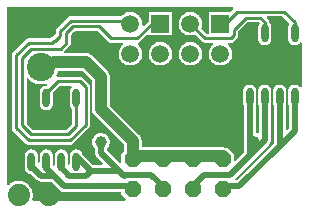
<source format=gbl>
G04 Layer_Physical_Order=2*
G04 Layer_Color=16711680*
%FSLAX44Y44*%
%MOMM*%
G71*
G01*
G75*
%ADD13C,0.2500*%
%ADD14C,0.5000*%
%ADD15C,1.0000*%
%ADD16P,1.5396X8X202.5*%
%ADD17C,1.5000*%
%ADD18R,1.5000X1.5000*%
%ADD19C,1.8796*%
%ADD20C,2.4000*%
G04:AMPARAMS|DCode=21|XSize=2.4mm|YSize=2.4mm|CornerRadius=0.3mm|HoleSize=0mm|Usage=FLASHONLY|Rotation=180.000|XOffset=0mm|YOffset=0mm|HoleType=Round|Shape=RoundedRectangle|*
%AMROUNDEDRECTD21*
21,1,2.4000,1.8000,0,0,180.0*
21,1,1.8000,2.4000,0,0,180.0*
1,1,0.6000,-0.9000,0.9000*
1,1,0.6000,0.9000,0.9000*
1,1,0.6000,0.9000,-0.9000*
1,1,0.6000,-0.9000,-0.9000*
%
%ADD21ROUNDEDRECTD21*%
%ADD22C,1.0000*%
%ADD23C,1.2700*%
%ADD24O,0.6000X1.6000*%
G36*
X23585Y113649D02*
X24291Y112890D01*
X25049Y112185D01*
X25855Y111535D01*
X26706Y110944D01*
X27597Y110416D01*
X28523Y109952D01*
X29480Y109556D01*
X30463Y109228D01*
X31466Y108972D01*
X32485Y108788D01*
X33515Y108678D01*
X34550Y108641D01*
X35585Y108678D01*
X36615Y108788D01*
X37634Y108972D01*
X38302Y109143D01*
X39145Y108798D01*
X39604Y108409D01*
X38782Y107501D01*
X38650Y107508D01*
X38033Y107474D01*
X37424Y107370D01*
X36830Y107199D01*
X36260Y106963D01*
X35719Y106664D01*
X35215Y106306D01*
X34755Y105895D01*
X34343Y105434D01*
X33986Y104930D01*
X33687Y104390D01*
X33450Y103819D01*
X33279Y103225D01*
X33176Y102616D01*
X33141Y102000D01*
Y92000D01*
X33176Y91383D01*
X33279Y90774D01*
X33450Y90180D01*
X33687Y89609D01*
X33986Y89069D01*
X34343Y88565D01*
X34755Y88104D01*
X35215Y87693D01*
X35719Y87335D01*
X36260Y87037D01*
X36830Y86800D01*
X37424Y86629D01*
X38033Y86526D01*
X38650Y86491D01*
X39267Y86526D01*
X39876Y86629D01*
X40469Y86800D01*
X41040Y87037D01*
X41581Y87335D01*
X42084Y87693D01*
X42545Y88104D01*
X42957Y88565D01*
X43314Y89069D01*
X43613Y89609D01*
X43849Y90180D01*
X44020Y90774D01*
X44124Y91383D01*
X44159Y92000D01*
Y101794D01*
X49857Y107492D01*
X60092D01*
X60502Y106563D01*
X60521Y106222D01*
X60155Y105895D01*
X59743Y105434D01*
X59385Y104930D01*
X59087Y104390D01*
X58850Y103819D01*
X58679Y103225D01*
X58576Y102616D01*
X58541Y102000D01*
Y92000D01*
X58576Y91383D01*
X58679Y90774D01*
X58850Y90180D01*
X59087Y89609D01*
X59385Y89069D01*
X59743Y88565D01*
X60155Y88104D01*
X60292Y87982D01*
Y74806D01*
X55494Y70008D01*
X27357D01*
X22058Y75307D01*
Y113519D01*
X23328Y113967D01*
X23585Y113649D01*
D02*
G37*
G36*
X197032Y173156D02*
X197166Y172480D01*
X194686Y170000D01*
X176200D01*
Y151258D01*
X174857D01*
X170011Y156104D01*
X170206Y156576D01*
X170469Y157409D01*
X170658Y158262D01*
X170772Y159128D01*
X170810Y160000D01*
X170772Y160872D01*
X170658Y161738D01*
X170469Y162591D01*
X170206Y163424D01*
X169872Y164230D01*
X169469Y165005D01*
X169000Y165741D01*
X168468Y166434D01*
X167878Y167078D01*
X167234Y167668D01*
X166542Y168199D01*
X165805Y168668D01*
X165030Y169072D01*
X164224Y169406D01*
X163391Y169668D01*
X162538Y169857D01*
X161673Y169971D01*
X160800Y170009D01*
X159928Y169971D01*
X159062Y169857D01*
X158210Y169668D01*
X157377Y169406D01*
X156570Y169072D01*
X155795Y168668D01*
X155059Y168199D01*
X154366Y167668D01*
X153722Y167078D01*
X153132Y166434D01*
X152601Y165741D01*
X152132Y165005D01*
X151729Y164230D01*
X151394Y163424D01*
X151132Y162591D01*
X150943Y161738D01*
X150829Y160872D01*
X150791Y160000D01*
X150829Y159128D01*
X150943Y158262D01*
X151132Y157409D01*
X151394Y156576D01*
X151729Y155770D01*
X152132Y154995D01*
X152601Y154259D01*
X153132Y153566D01*
X153722Y152922D01*
X154366Y152332D01*
X155059Y151801D01*
X155795Y151332D01*
X156570Y150928D01*
X157377Y150594D01*
X158210Y150332D01*
X159062Y150143D01*
X159928Y150029D01*
X160800Y149991D01*
X161673Y150029D01*
X162538Y150143D01*
X163391Y150332D01*
X164224Y150594D01*
X164696Y150790D01*
X170643Y144843D01*
X171013Y144518D01*
X171422Y144245D01*
X171862Y144028D01*
X172328Y143870D01*
X172810Y143774D01*
X173300Y143742D01*
X179601D01*
X180032Y142472D01*
X179766Y142268D01*
X179123Y141678D01*
X178533Y141034D01*
X178001Y140341D01*
X177532Y139605D01*
X177129Y138830D01*
X176794Y138024D01*
X176532Y137191D01*
X176343Y136338D01*
X176229Y135472D01*
X176191Y134600D01*
X176229Y133728D01*
X176343Y132862D01*
X176532Y132009D01*
X176794Y131177D01*
X177129Y130370D01*
X177532Y129595D01*
X178001Y128859D01*
X178533Y128166D01*
X179123Y127522D01*
X179766Y126932D01*
X180459Y126401D01*
X181196Y125932D01*
X181970Y125528D01*
X182777Y125194D01*
X183610Y124932D01*
X184462Y124743D01*
X185328Y124629D01*
X186200Y124591D01*
X187073Y124629D01*
X187938Y124743D01*
X188791Y124932D01*
X189624Y125194D01*
X190431Y125528D01*
X191205Y125932D01*
X191942Y126401D01*
X192634Y126932D01*
X193278Y127522D01*
X193868Y128166D01*
X194400Y128859D01*
X194869Y129595D01*
X195272Y130370D01*
X195606Y131177D01*
X195869Y132009D01*
X196058Y132862D01*
X196172Y133728D01*
X196210Y134600D01*
X196172Y135472D01*
X196058Y136338D01*
X195869Y137191D01*
X195606Y138024D01*
X195272Y138830D01*
X194869Y139605D01*
X194400Y140341D01*
X193868Y141034D01*
X193278Y141678D01*
X192634Y142268D01*
X192368Y142472D01*
X192799Y143742D01*
X195000D01*
X195490Y143774D01*
X195973Y143870D01*
X196438Y144028D01*
X196879Y144245D01*
X197288Y144518D01*
X197657Y144843D01*
X200108Y147293D01*
X200432Y147662D01*
X200705Y148071D01*
X200922Y148512D01*
X201080Y148977D01*
X201176Y149459D01*
X201208Y149950D01*
Y153393D01*
X209057Y161242D01*
X218443D01*
X219305Y160380D01*
X218986Y159930D01*
X218687Y159390D01*
X218451Y158819D01*
X218279Y158225D01*
X218176Y157617D01*
X218141Y157000D01*
Y147000D01*
X218176Y146383D01*
X218279Y145774D01*
X218451Y145180D01*
X218687Y144610D01*
X218986Y144069D01*
X219343Y143565D01*
X219755Y143105D01*
X220215Y142693D01*
X220719Y142336D01*
X221260Y142037D01*
X221831Y141800D01*
X222424Y141629D01*
X223033Y141526D01*
X223650Y141491D01*
X224267Y141526D01*
X224876Y141629D01*
X225469Y141800D01*
X226040Y142037D01*
X226581Y142336D01*
X227085Y142693D01*
X227545Y143105D01*
X227957Y143565D01*
X228314Y144069D01*
X228613Y144610D01*
X228850Y145180D01*
X229021Y145774D01*
X229124Y146383D01*
X229159Y147000D01*
Y157000D01*
X229124Y157617D01*
X229021Y158225D01*
X228850Y158819D01*
X228613Y159390D01*
X228314Y159930D01*
X227957Y160434D01*
X227545Y160895D01*
X227408Y161017D01*
Y161350D01*
X227376Y161840D01*
X227280Y162322D01*
X227122Y162788D01*
X226905Y163229D01*
X226631Y163638D01*
X226307Y164007D01*
X225246Y165068D01*
X225732Y166242D01*
X238443D01*
X244539Y160146D01*
X244386Y159930D01*
X244087Y159390D01*
X243850Y158819D01*
X243680Y158225D01*
X243576Y157617D01*
X243541Y157000D01*
Y147000D01*
X243576Y146383D01*
X243680Y145774D01*
X243850Y145180D01*
X244087Y144610D01*
X244386Y144069D01*
X244743Y143565D01*
X245155Y143105D01*
X245615Y142693D01*
X246119Y142336D01*
X246660Y142037D01*
X247231Y141800D01*
X247824Y141629D01*
X248433Y141526D01*
X249050Y141491D01*
X249667Y141526D01*
X250276Y141629D01*
X250869Y141800D01*
X251440Y142037D01*
X251981Y142336D01*
X252485Y142693D01*
X252945Y143105D01*
X253357Y143565D01*
X253714Y144069D01*
X253730Y144097D01*
X255000Y143770D01*
Y106230D01*
X253730Y105902D01*
X253714Y105931D01*
X253357Y106434D01*
X252945Y106895D01*
X252485Y107307D01*
X251981Y107664D01*
X251440Y107963D01*
X250869Y108199D01*
X250276Y108370D01*
X249667Y108474D01*
X249050Y108508D01*
X248433Y108474D01*
X247824Y108370D01*
X247231Y108199D01*
X246660Y107963D01*
X246119Y107664D01*
X245615Y107307D01*
X245155Y106895D01*
X244743Y106434D01*
X244386Y105931D01*
X244087Y105390D01*
X243850Y104819D01*
X243680Y104226D01*
X243576Y103617D01*
X243541Y103000D01*
Y93000D01*
X243576Y92383D01*
X243680Y91774D01*
X243850Y91180D01*
X244042Y90718D01*
Y71124D01*
X242531Y69613D01*
X241358Y70099D01*
Y90718D01*
X241549Y91180D01*
X241721Y91774D01*
X241824Y92383D01*
X241859Y93000D01*
Y103000D01*
X241824Y103617D01*
X241721Y104226D01*
X241549Y104819D01*
X241313Y105390D01*
X241014Y105931D01*
X240657Y106434D01*
X240245Y106895D01*
X239785Y107307D01*
X239281Y107664D01*
X238740Y107963D01*
X238169Y108199D01*
X237576Y108370D01*
X236967Y108474D01*
X236350Y108508D01*
X235733Y108474D01*
X235124Y108370D01*
X234531Y108199D01*
X233960Y107963D01*
X233419Y107664D01*
X232915Y107307D01*
X232455Y106895D01*
X232043Y106434D01*
X231686Y105931D01*
X231387Y105390D01*
X231150Y104819D01*
X230979Y104226D01*
X230876Y103617D01*
X230841Y103000D01*
Y93000D01*
X230876Y92383D01*
X230979Y91774D01*
X231150Y91180D01*
X231342Y90718D01*
Y58424D01*
X200226Y27308D01*
X198669D01*
X198340Y27796D01*
X198160Y28578D01*
X214491Y44909D01*
X227191Y57609D01*
X227565Y58027D01*
X227890Y58485D01*
X228162Y58977D01*
X228377Y59496D01*
X228532Y60035D01*
X228626Y60589D01*
X228658Y61150D01*
Y90718D01*
X228850Y91180D01*
X229021Y91774D01*
X229124Y92383D01*
X229159Y93000D01*
Y103000D01*
X229124Y103617D01*
X229021Y104226D01*
X228850Y104819D01*
X228613Y105390D01*
X228314Y105931D01*
X227957Y106434D01*
X227545Y106895D01*
X227085Y107307D01*
X226581Y107664D01*
X226040Y107963D01*
X225469Y108199D01*
X224876Y108370D01*
X224267Y108474D01*
X223650Y108508D01*
X223033Y108474D01*
X222424Y108370D01*
X221831Y108199D01*
X221260Y107963D01*
X220719Y107664D01*
X220215Y107307D01*
X219755Y106895D01*
X219343Y106434D01*
X218986Y105931D01*
X218687Y105390D01*
X218451Y104819D01*
X218279Y104226D01*
X218176Y103617D01*
X218141Y103000D01*
Y93000D01*
X218176Y92383D01*
X218279Y91774D01*
X218451Y91180D01*
X218642Y90718D01*
Y67979D01*
X218449Y67716D01*
X217372Y67117D01*
X217180Y67186D01*
X216465Y67365D01*
X215958Y67440D01*
Y90718D01*
X216150Y91180D01*
X216320Y91774D01*
X216424Y92383D01*
X216459Y93000D01*
Y103000D01*
X216424Y103617D01*
X216320Y104226D01*
X216150Y104819D01*
X215913Y105390D01*
X215614Y105931D01*
X215257Y106434D01*
X214845Y106895D01*
X214385Y107307D01*
X213881Y107664D01*
X213340Y107963D01*
X212769Y108199D01*
X212176Y108370D01*
X211567Y108474D01*
X210950Y108508D01*
X210333Y108474D01*
X209724Y108370D01*
X209131Y108199D01*
X208560Y107963D01*
X208019Y107664D01*
X207515Y107307D01*
X207055Y106895D01*
X206643Y106434D01*
X206286Y105931D01*
X205987Y105390D01*
X205751Y104819D01*
X205579Y104226D01*
X205476Y103617D01*
X205441Y103000D01*
Y93000D01*
X205476Y92383D01*
X205579Y91774D01*
X205751Y91180D01*
X205942Y90718D01*
Y50524D01*
X198885Y43467D01*
X197712Y43953D01*
Y50006D01*
X192906Y54812D01*
X190486D01*
X190280Y54886D01*
X189565Y55065D01*
X188836Y55173D01*
X188100Y55209D01*
X119409D01*
Y60600D01*
X119373Y61336D01*
X119265Y62065D01*
X119086Y62779D01*
X118837Y63473D01*
X118522Y64139D01*
X118144Y64772D01*
X117705Y65363D01*
X117210Y65910D01*
X92509Y90610D01*
Y115000D01*
X92473Y115736D01*
X92365Y116465D01*
X92186Y117179D01*
X91937Y117873D01*
X91622Y118539D01*
X91244Y119172D01*
X90805Y119763D01*
X90310Y120309D01*
X77810Y132810D01*
X77263Y133305D01*
X76672Y133743D01*
X76040Y134122D01*
X75373Y134437D01*
X74679Y134686D01*
X73965Y134865D01*
X73236Y134973D01*
X72500Y135009D01*
X54464D01*
X53987Y136143D01*
X53981Y136279D01*
X58358Y140655D01*
X58682Y141025D01*
X58955Y141434D01*
X59172Y141875D01*
X59330Y142340D01*
X59426Y142822D01*
X59458Y143313D01*
Y150123D01*
X63173Y153838D01*
X81647D01*
X90643Y144843D01*
X91012Y144519D01*
X91421Y144246D01*
X91862Y144028D01*
X92328Y143870D01*
X92810Y143774D01*
X93300Y143742D01*
X103401D01*
X103832Y142472D01*
X103566Y142268D01*
X102922Y141678D01*
X102332Y141034D01*
X101801Y140341D01*
X101332Y139605D01*
X100929Y138830D01*
X100594Y138024D01*
X100332Y137191D01*
X100143Y136338D01*
X100029Y135472D01*
X99991Y134600D01*
X100029Y133728D01*
X100143Y132862D01*
X100332Y132009D01*
X100594Y131177D01*
X100929Y130370D01*
X101332Y129595D01*
X101801Y128859D01*
X102332Y128166D01*
X102922Y127522D01*
X103566Y126932D01*
X104259Y126401D01*
X104995Y125932D01*
X105770Y125528D01*
X106577Y125194D01*
X107410Y124932D01*
X108262Y124743D01*
X109128Y124629D01*
X110000Y124591D01*
X110873Y124629D01*
X111738Y124743D01*
X112591Y124932D01*
X113424Y125194D01*
X114230Y125528D01*
X115005Y125932D01*
X115742Y126401D01*
X116434Y126932D01*
X117078Y127522D01*
X117668Y128166D01*
X118200Y128859D01*
X118669Y129595D01*
X119072Y130370D01*
X119406Y131177D01*
X119669Y132009D01*
X119858Y132862D01*
X119972Y133728D01*
X120010Y134600D01*
X119972Y135472D01*
X119858Y136338D01*
X119669Y137191D01*
X119406Y138024D01*
X119072Y138830D01*
X118669Y139605D01*
X118200Y140341D01*
X117668Y141034D01*
X117078Y141678D01*
X116434Y142268D01*
X116142Y142492D01*
X116232Y143269D01*
X116489Y143814D01*
X116773Y143870D01*
X117238Y144028D01*
X117679Y144246D01*
X118088Y144519D01*
X118458Y144843D01*
X124227Y150612D01*
X125400Y150126D01*
Y150000D01*
X145400D01*
Y170000D01*
X125400D01*
Y162415D01*
X121122Y158137D01*
X119919Y158730D01*
X119972Y159128D01*
X120010Y160000D01*
X119972Y160872D01*
X119858Y161738D01*
X119669Y162591D01*
X119406Y163424D01*
X119072Y164230D01*
X118669Y165005D01*
X118200Y165741D01*
X117668Y166434D01*
X117078Y167078D01*
X116434Y167668D01*
X115742Y168199D01*
X115005Y168668D01*
X114230Y169072D01*
X113424Y169406D01*
X112591Y169668D01*
X111738Y169857D01*
X110873Y169971D01*
X110000Y170009D01*
X109128Y169971D01*
X108262Y169857D01*
X107410Y169668D01*
X106577Y169406D01*
X105770Y169072D01*
X104995Y168668D01*
X104259Y168199D01*
X103566Y167668D01*
X102922Y167078D01*
X102332Y166434D01*
X102271Y166354D01*
X59546D01*
X59055Y166322D01*
X58573Y166226D01*
X58108Y166068D01*
X57667Y165851D01*
X57258Y165578D01*
X56888Y165254D01*
X48043Y156408D01*
X47719Y156039D01*
X47446Y155630D01*
X47228Y155189D01*
X47070Y154724D01*
X46974Y154241D01*
X46942Y153751D01*
Y152424D01*
X46828Y152193D01*
X46670Y151728D01*
X46574Y151246D01*
X46560Y151029D01*
X44772Y149240D01*
X44555Y149226D01*
X44073Y149130D01*
X43607Y148972D01*
X43166Y148755D01*
X42757Y148482D01*
X42388Y148157D01*
X41889Y147658D01*
X23879D01*
X23389Y147626D01*
X22907Y147530D01*
X22441Y147372D01*
X22000Y147155D01*
X21591Y146882D01*
X21222Y146557D01*
X10643Y135978D01*
X10319Y135609D01*
X10046Y135200D01*
X9828Y134759D01*
X9670Y134294D01*
X9574Y133812D01*
X9542Y133321D01*
Y71679D01*
X9574Y71189D01*
X9670Y70706D01*
X9828Y70241D01*
X10046Y69800D01*
X10319Y69391D01*
X10643Y69022D01*
X21072Y58593D01*
X21442Y58269D01*
X21850Y57996D01*
X22291Y57778D01*
X22757Y57620D01*
X23239Y57524D01*
X23729Y57492D01*
X59121D01*
X59612Y57524D01*
X60094Y57620D01*
X60559Y57778D01*
X61000Y57996D01*
X61409Y58269D01*
X61779Y58593D01*
X74708Y71522D01*
X75032Y71891D01*
X75305Y72300D01*
X75522Y72741D01*
X75680Y73206D01*
X75776Y73689D01*
X75808Y74179D01*
Y106250D01*
X75776Y106741D01*
X75680Y107223D01*
X75522Y107688D01*
X75305Y108129D01*
X75032Y108538D01*
X74708Y108907D01*
X69708Y113907D01*
X69338Y114232D01*
X68929Y114505D01*
X68488Y114722D01*
X68023Y114880D01*
X67541Y114976D01*
X67050Y115008D01*
X48300D01*
X48046Y114991D01*
X47569Y115499D01*
X47264Y116162D01*
X47285Y116196D01*
X47748Y117123D01*
X48145Y118080D01*
X48472Y119062D01*
X48709Y119991D01*
X69389D01*
X77491Y111889D01*
Y87500D01*
X77527Y86764D01*
X77635Y86035D01*
X77814Y85320D01*
X78063Y84626D01*
X78378Y83960D01*
X78756Y83328D01*
X79195Y82736D01*
X79690Y82190D01*
X104391Y57489D01*
Y52109D01*
X102288Y50006D01*
Y42178D01*
X101018Y41652D01*
X90008Y52662D01*
Y54416D01*
X90310Y54690D01*
X90805Y55236D01*
X91243Y55828D01*
X91622Y56460D01*
X91937Y57126D01*
X92186Y57820D01*
X92365Y58535D01*
X92473Y59264D01*
X92509Y60000D01*
X92473Y60736D01*
X92365Y61465D01*
X92186Y62179D01*
X91937Y62873D01*
X91622Y63540D01*
X91243Y64172D01*
X90805Y64763D01*
X90310Y65310D01*
X89764Y65804D01*
X89172Y66243D01*
X88540Y66622D01*
X87874Y66937D01*
X87180Y67186D01*
X86465Y67365D01*
X85736Y67473D01*
X85000Y67509D01*
X84264Y67473D01*
X83535Y67365D01*
X82820Y67186D01*
X82126Y66937D01*
X81460Y66622D01*
X80828Y66243D01*
X80236Y65804D01*
X79690Y65310D01*
X79195Y64763D01*
X78756Y64172D01*
X78378Y63540D01*
X78063Y62873D01*
X77814Y62179D01*
X77635Y61465D01*
X77527Y60736D01*
X77491Y60000D01*
X77527Y59264D01*
X77635Y58535D01*
X77814Y57820D01*
X78063Y57126D01*
X78378Y56460D01*
X78756Y55828D01*
X79195Y55236D01*
X79690Y54690D01*
X79992Y54416D01*
Y50588D01*
X80024Y50027D01*
X80118Y49473D01*
X80273Y48934D01*
X80488Y48415D01*
X80760Y47923D01*
X81085Y47465D01*
X81459Y47047D01*
X86737Y41769D01*
X86251Y40596D01*
X78536D01*
X69205Y49927D01*
X69013Y50390D01*
X68714Y50931D01*
X68357Y51434D01*
X67945Y51895D01*
X67484Y52306D01*
X66981Y52664D01*
X66440Y52963D01*
X65869Y53199D01*
X65276Y53370D01*
X64667Y53474D01*
X64050Y53508D01*
X63433Y53474D01*
X62824Y53370D01*
X62230Y53199D01*
X61660Y52963D01*
X61119Y52664D01*
X60615Y52306D01*
X60155Y51895D01*
X59743Y51434D01*
X59385Y50931D01*
X59087Y50390D01*
X58850Y49819D01*
X58679Y49226D01*
X58576Y48616D01*
X58541Y48000D01*
Y40744D01*
X57271Y40107D01*
X56859Y40415D01*
Y48000D01*
X56824Y48616D01*
X56720Y49226D01*
X56549Y49819D01*
X56313Y50390D01*
X56014Y50931D01*
X55657Y51434D01*
X55245Y51895D01*
X54784Y52306D01*
X54281Y52664D01*
X53740Y52963D01*
X53169Y53199D01*
X52576Y53370D01*
X51967Y53474D01*
X51350Y53508D01*
X50733Y53474D01*
X50124Y53370D01*
X49530Y53199D01*
X48960Y52963D01*
X48419Y52664D01*
X47915Y52306D01*
X47455Y51895D01*
X47043Y51434D01*
X46686Y50931D01*
X46387Y50390D01*
X46150Y49819D01*
X45979Y49226D01*
X45876Y48616D01*
X45841Y48000D01*
Y40256D01*
X44571Y39591D01*
X44159Y39877D01*
Y48000D01*
X44124Y48616D01*
X44020Y49226D01*
X43849Y49819D01*
X43613Y50390D01*
X43314Y50931D01*
X42957Y51434D01*
X42545Y51895D01*
X42084Y52306D01*
X41581Y52664D01*
X41040Y52963D01*
X40469Y53199D01*
X39876Y53370D01*
X39267Y53474D01*
X38650Y53508D01*
X38033Y53474D01*
X37424Y53370D01*
X36830Y53199D01*
X36260Y52963D01*
X35719Y52664D01*
X35215Y52306D01*
X34755Y51895D01*
X34343Y51434D01*
X33986Y50931D01*
X33687Y50390D01*
X33450Y49819D01*
X33279Y49226D01*
X33176Y48616D01*
X33141Y48000D01*
Y42394D01*
X31871Y41757D01*
X31458Y42065D01*
Y48000D01*
X31424Y48616D01*
X31320Y49226D01*
X31149Y49819D01*
X30913Y50390D01*
X30614Y50931D01*
X30257Y51434D01*
X29845Y51895D01*
X29384Y52306D01*
X28881Y52664D01*
X28340Y52963D01*
X27769Y53199D01*
X27176Y53370D01*
X26567Y53474D01*
X25950Y53508D01*
X25333Y53474D01*
X24724Y53370D01*
X24130Y53199D01*
X23560Y52963D01*
X23019Y52664D01*
X22515Y52306D01*
X22055Y51895D01*
X21643Y51434D01*
X21286Y50931D01*
X20987Y50390D01*
X20750Y49819D01*
X20579Y49226D01*
X20476Y48616D01*
X20441Y48000D01*
Y38000D01*
X20476Y37383D01*
X20579Y36774D01*
X20750Y36180D01*
X20987Y35610D01*
X21286Y35069D01*
X21643Y34565D01*
X22055Y34104D01*
X22515Y33693D01*
X23019Y33335D01*
X23560Y33037D01*
X24130Y32800D01*
X24724Y32629D01*
X25333Y32526D01*
X25950Y32491D01*
X26212Y32506D01*
X31009Y27709D01*
X31428Y27335D01*
X31886Y27010D01*
X32377Y26738D01*
X32896Y26523D01*
X33436Y26368D01*
X33990Y26274D01*
X34550Y26242D01*
X42838D01*
X50321Y18759D01*
X50740Y18384D01*
X51198Y18060D01*
X51690Y17788D01*
X52208Y17573D01*
X52748Y17418D01*
X53302Y17323D01*
X53862Y17292D01*
X102288D01*
Y14994D01*
X106012Y11270D01*
X105486Y10000D01*
X27589D01*
X26706Y11270D01*
X26725Y11321D01*
X26978Y12220D01*
X27161Y13137D01*
X27271Y14066D01*
X27307Y15000D01*
X27271Y15934D01*
X27161Y16863D01*
X26978Y17780D01*
X26725Y18679D01*
X26401Y19557D01*
X26010Y20406D01*
X25553Y21221D01*
X25033Y21999D01*
X24455Y22733D01*
X23820Y23420D01*
X23133Y24054D01*
X22399Y24633D01*
X21622Y25152D01*
X20806Y25609D01*
X19957Y26001D01*
X19080Y26324D01*
X18180Y26578D01*
X17263Y26761D01*
X16335Y26871D01*
X15400Y26907D01*
X14466Y26871D01*
X13538Y26761D01*
X12621Y26578D01*
X11721Y26324D01*
X10844Y26001D01*
X9995Y25609D01*
X9179Y25152D01*
X8401Y24633D01*
X7667Y24054D01*
X7070Y23503D01*
X6732Y23545D01*
X5800Y24014D01*
Y173750D01*
X196663D01*
X197032Y173156D01*
D02*
G37*
%LPC*%
G36*
X135400Y144609D02*
X134528Y144571D01*
X133662Y144457D01*
X132810Y144268D01*
X131977Y144006D01*
X131170Y143672D01*
X130395Y143268D01*
X129659Y142799D01*
X128966Y142268D01*
X128322Y141678D01*
X127732Y141034D01*
X127201Y140341D01*
X126732Y139605D01*
X126329Y138830D01*
X125994Y138024D01*
X125732Y137191D01*
X125543Y136338D01*
X125429Y135472D01*
X125391Y134600D01*
X125429Y133728D01*
X125543Y132862D01*
X125732Y132009D01*
X125994Y131177D01*
X126329Y130370D01*
X126732Y129595D01*
X127201Y128859D01*
X127732Y128166D01*
X128322Y127522D01*
X128966Y126932D01*
X129659Y126401D01*
X130395Y125932D01*
X131170Y125528D01*
X131977Y125194D01*
X132810Y124932D01*
X133662Y124743D01*
X134528Y124629D01*
X135400Y124591D01*
X136273Y124629D01*
X137138Y124743D01*
X137991Y124932D01*
X138824Y125194D01*
X139630Y125528D01*
X140405Y125932D01*
X141142Y126401D01*
X141834Y126932D01*
X142478Y127522D01*
X143068Y128166D01*
X143600Y128859D01*
X144069Y129595D01*
X144472Y130370D01*
X144806Y131177D01*
X145069Y132009D01*
X145258Y132862D01*
X145372Y133728D01*
X145410Y134600D01*
X145372Y135472D01*
X145258Y136338D01*
X145069Y137191D01*
X144806Y138024D01*
X144472Y138830D01*
X144069Y139605D01*
X143600Y140341D01*
X143068Y141034D01*
X142478Y141678D01*
X141834Y142268D01*
X141142Y142799D01*
X140405Y143268D01*
X139630Y143672D01*
X138824Y144006D01*
X137991Y144268D01*
X137138Y144457D01*
X136273Y144571D01*
X135400Y144609D01*
D02*
G37*
G36*
X160800D02*
X159928Y144571D01*
X159062Y144457D01*
X158210Y144268D01*
X157377Y144006D01*
X156570Y143672D01*
X155795Y143268D01*
X155059Y142799D01*
X154366Y142268D01*
X153722Y141678D01*
X153132Y141034D01*
X152601Y140341D01*
X152132Y139605D01*
X151729Y138830D01*
X151394Y138024D01*
X151132Y137191D01*
X150943Y136338D01*
X150829Y135472D01*
X150791Y134600D01*
X150829Y133728D01*
X150943Y132862D01*
X151132Y132009D01*
X151394Y131177D01*
X151729Y130370D01*
X152132Y129595D01*
X152601Y128859D01*
X153132Y128166D01*
X153722Y127522D01*
X154366Y126932D01*
X155059Y126401D01*
X155795Y125932D01*
X156570Y125528D01*
X157377Y125194D01*
X158210Y124932D01*
X159062Y124743D01*
X159928Y124629D01*
X160800Y124591D01*
X161673Y124629D01*
X162538Y124743D01*
X163391Y124932D01*
X164224Y125194D01*
X165030Y125528D01*
X165805Y125932D01*
X166542Y126401D01*
X167234Y126932D01*
X167878Y127522D01*
X168468Y128166D01*
X169000Y128859D01*
X169469Y129595D01*
X169872Y130370D01*
X170206Y131177D01*
X170469Y132009D01*
X170658Y132862D01*
X170772Y133728D01*
X170810Y134600D01*
X170772Y135472D01*
X170658Y136338D01*
X170469Y137191D01*
X170206Y138024D01*
X169872Y138830D01*
X169469Y139605D01*
X169000Y140341D01*
X168468Y141034D01*
X167878Y141678D01*
X167234Y142268D01*
X166542Y142799D01*
X165805Y143268D01*
X165030Y143672D01*
X164224Y144006D01*
X163391Y144268D01*
X162538Y144457D01*
X161673Y144571D01*
X160800Y144609D01*
D02*
G37*
%LPD*%
D13*
X220000Y165000D02*
X223650Y161350D01*
X207500Y165000D02*
X220000D01*
X197450Y154950D02*
X207500Y165000D01*
X200000Y170000D02*
X240000D01*
X197450Y149950D02*
Y154950D01*
X195000Y147500D02*
X197450Y149950D01*
X173300Y147500D02*
X195000D01*
X160800Y160000D02*
X173300Y147500D01*
X223650Y152000D02*
Y161350D01*
X249050Y153846D02*
Y160950D01*
X240000Y170000D02*
X249050Y160950D01*
X190000Y160000D02*
X200000Y170000D01*
X186200Y160000D02*
X190000D01*
X38650Y99500D02*
Y101600D01*
X48300Y111250D01*
X67050D01*
X72050Y106250D01*
X115800Y147500D02*
X128300Y160000D01*
X93300Y147500D02*
X115800D01*
X128300Y160000D02*
X135400D01*
X50300Y149454D02*
Y150755D01*
X50700Y151155D01*
X25800Y138750D02*
X27876D01*
X28026Y138900D01*
X23879Y143900D02*
X43445D01*
X45045Y145500D02*
X46346D01*
X50300Y149454D01*
X28026Y138900D02*
X51287D01*
X55700Y143313D01*
X43445Y143900D02*
X45045Y145500D01*
X25800Y66250D02*
X57050D01*
X64050Y73250D01*
Y102000D01*
X59121Y61250D02*
X72050Y74179D01*
X23729Y61250D02*
X59121D01*
X72050Y74179D02*
Y106250D01*
X55700Y143313D02*
Y151680D01*
X61617Y157596D01*
X83204D01*
X50700Y151155D02*
Y153751D01*
X59546Y162596D01*
X107404D01*
X110000Y160000D01*
X83204Y157596D02*
X93300Y147500D01*
X13300Y71679D02*
X23729Y61250D01*
X13300Y71679D02*
Y133321D01*
X23879Y143900D01*
X18300Y131250D02*
X25800Y138750D01*
X18300Y73750D02*
Y131250D01*
Y73750D02*
X25800Y66250D01*
D14*
X162700Y22300D02*
X172312Y31912D01*
X194412D01*
X210950Y48450D01*
X127688Y31912D02*
X137300Y22300D01*
X106273Y31912D02*
X127688D01*
X105611Y31250D02*
X106273Y31912D01*
X104338Y31250D02*
X105611D01*
X100000Y35588D02*
X104338Y31250D01*
X160800Y109200D02*
X186200D01*
X135400D02*
X160800D01*
X110000D02*
X135400D01*
X210950Y135950D02*
Y152000D01*
X210000Y151050D02*
X210950Y152000D01*
X236350D02*
Y162400D01*
Y138650D02*
Y152000D01*
X25950Y83750D02*
Y107000D01*
X210950Y48450D02*
Y98000D01*
X64050Y48000D02*
X76462Y35588D01*
X223650Y61150D02*
Y98000D01*
X210950Y48450D02*
X223650Y61150D01*
X236350Y56350D02*
Y98000D01*
X202300Y22300D02*
X236350Y56350D01*
X188100Y22300D02*
X202300D01*
X249050Y69050D02*
Y98000D01*
X236350Y56350D02*
X249050Y69050D01*
X85000Y50588D02*
Y60000D01*
Y50588D02*
X100000Y35588D01*
X76462D02*
X100000D01*
X25950Y39850D02*
Y48000D01*
Y39850D02*
X34550Y31250D01*
X44912D01*
X38650Y43000D02*
Y45500D01*
Y37512D02*
X44912Y31250D01*
X38650Y37512D02*
Y43000D01*
X51350Y38201D02*
Y48000D01*
X44912Y31250D02*
X53862Y22300D01*
X111900D01*
X72124Y31250D02*
X76462Y35588D01*
X51350Y38201D02*
X58300Y31250D01*
X72124D01*
D15*
X162700Y47700D02*
X188100D01*
X111900D02*
X137300D01*
X162700D01*
X85000Y87500D02*
Y115000D01*
Y87500D02*
X111900Y60600D01*
Y47700D02*
Y60600D01*
X45000Y127500D02*
X72500D01*
X85000Y115000D01*
X49550Y78750D02*
Y87102D01*
X38300Y78750D02*
X49550D01*
D16*
X188100Y45200D02*
D03*
Y19800D02*
D03*
X162700Y45200D02*
D03*
Y19800D02*
D03*
X137300Y45200D02*
D03*
Y19800D02*
D03*
X111900Y45200D02*
D03*
Y19800D02*
D03*
D17*
X110000Y109200D02*
D03*
X135400D02*
D03*
X110000Y134600D02*
D03*
X135400D02*
D03*
X110000Y160000D02*
D03*
X160800Y109200D02*
D03*
X186200D02*
D03*
X160800Y134600D02*
D03*
X186200D02*
D03*
X160800Y160000D02*
D03*
D18*
X135400D02*
D03*
X186200D02*
D03*
D19*
X40800Y15000D02*
D03*
X15400D02*
D03*
D20*
X34550Y123150D02*
D03*
D21*
Y161250D02*
D03*
D22*
X215000Y60000D02*
D03*
X85000D02*
D03*
D23*
X65800Y147496D02*
D03*
X49550Y78750D02*
D03*
D24*
X25950Y97000D02*
D03*
X38650D02*
D03*
X51350D02*
D03*
X64050D02*
D03*
X25950Y43000D02*
D03*
X38650D02*
D03*
X51350D02*
D03*
X64050D02*
D03*
X210950Y152000D02*
D03*
X223650D02*
D03*
X236350D02*
D03*
X249050D02*
D03*
X210950Y98000D02*
D03*
X223650D02*
D03*
X236350D02*
D03*
X249050D02*
D03*
M02*

</source>
